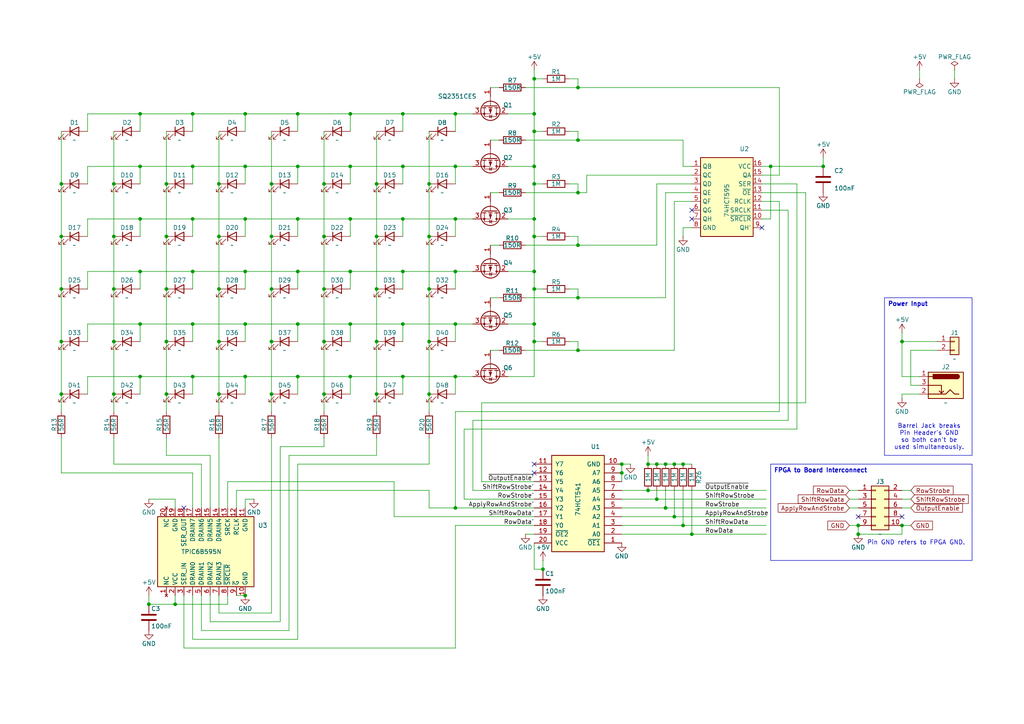
<source format=kicad_sch>
(kicad_sch (version 20231120) (generator "eeschema") (generator_version "8.0")
  (paper "A4")
  (title_block (title "Small LED Board v2"))
  (lib_symbols
    (symbol "74xx:74AHCT541" (pin_names (offset 1.016))
      (property "Reference" "U1" (at -5.08 -15.24 0))
      (property "Value" "74HCT541" (at 0 0 90))
      (symbol "74AHCT541_1_0"
        (pin input line (at -12.7 12.7 0) (length 5.08) (name "~{OE1}") (number "1"))
        (pin power_in line (at -12.7 -10.16 0) (length 5.08) (name "GND") (number "10"))
        (pin tri_state line (at 12.7 -10.16 180) (length 5.08) (name "Y7") (number "11"))
        (pin tri_state line (at 12.7 -7.62 180) (length 5.08) (name "Y6") (number "12"))
        (pin tri_state line (at 12.7 -5.08 180) (length 5.08) (name "Y5") (number "13"))
        (pin tri_state line (at 12.7 -2.54 180) (length 5.08) (name "Y4") (number "14"))
        (pin tri_state line (at 12.7 0 180) (length 5.08) (name "Y3") (number "15"))
        (pin tri_state line (at 12.7 2.54 180) (length 5.08) (name "Y2") (number "16"))
        (pin tri_state line (at 12.7 5.08 180) (length 5.08) (name "Y1") (number "17"))
        (pin tri_state line (at 12.7 7.62 180) (length 5.08) (name "Y0") (number "18"))
        (pin input line (at 12.7 10.16 180) (length 5.08) (name "~{OE2}") (number "19"))
        (pin input line (at -12.7 10.16 0) (length 5.08) (name "A0") (number "2"))
        (pin power_in line (at 12.7 12.7 180) (length 5.08) (name "VCC") (number "20"))
        (pin input line (at -12.7 7.62 0) (length 5.08) (name "A1") (number "3"))
        (pin input line (at -12.7 5.08 0) (length 5.08) (name "A2") (number "4"))
        (pin input line (at -12.7 2.54 0) (length 5.08) (name "A3") (number "5"))
        (pin input line (at -12.7 0 0) (length 5.08) (name "A4") (number "6"))
        (pin input line (at -12.7 -2.54 0) (length 5.08) (name "A5") (number "7"))
        (pin input line (at -12.7 -5.08 0) (length 5.08) (name "A6") (number "8"))
        (pin input line (at -12.7 -7.62 0) (length 5.08) (name "A7") (number "9"))
      )
    )
    (symbol "74xx:74HCT595"
      (property "Reference" "U2" (at 5.08 -12.7 0))
      (property "Value" "74HCT595" (at 0 0.254 90))
      (symbol "74HCT595_1_0"
        (pin tri_state line (at -10.16 10.16 0) (length 2.54) (name "QB") (number "1"))
        (pin input line (at 10.16 -5.08 180) (length 2.54) (name "~{SRCLR}") (number "10"))
        (pin input line (at 10.16 -2.54 180) (length 2.54) (name "SRCLK") (number "11"))
        (pin input line (at 10.16 0 180) (length 2.54) (name "RCLK") (number "12"))
        (pin input line (at 10.16 2.54 180) (length 2.54) (name "~{OE}") (number "13"))
        (pin input line (at 10.16 5.08 180) (length 2.54) (name "SER") (number "14"))
        (pin tri_state line (at 10.16 7.62 180) (length 2.54) (name "QA") (number "15"))
        (pin power_in line (at 10.16 10.16 180) (length 2.54) (name "VCC") (number "16"))
        (pin tri_state line (at -10.16 7.62 0) (length 2.54) (name "QC") (number "2"))
        (pin tri_state line (at -10.16 5.08 0) (length 2.54) (name "QD") (number "3"))
        (pin tri_state line (at -10.16 2.54 0) (length 2.54) (name "QE") (number "4"))
        (pin tri_state line (at -10.16 0 0) (length 2.54) (name "QF") (number "5"))
        (pin tri_state line (at -10.16 -2.54 0) (length 2.54) (name "QG") (number "6"))
        (pin tri_state line (at -10.16 -5.08 0) (length 2.54) (name "QH") (number "7"))
        (pin power_in line (at -10.16 -7.62 0) (length 2.54) (name "GND") (number "8"))
        (pin output line (at 10.16 -7.62 180) (length 2.54) (name "QH'") (number "9"))
      )
    )
    (symbol "Connector:Barrel_Jack_Switch" (pin_names hide)
      (property "Reference" "J" (at 0 5.334 0))
      (property "Value" "Barrel_Jack_Switch" (at 0 -5.08 0))
      (symbol "Barrel_Jack_Switch_1_1"
        (pin passive line (at 7.62 2.54 180) (length 2.54) (name "~") (number "1"))
        (pin passive line (at 7.62 -2.54 180) (length 2.54) (name "~") (number "2"))
        (pin passive line (at 7.62 0 180) (length 2.54) (name "~") (number "3"))
      )
    )
    (symbol "Connector_Generic:Conn_01x02" (pin_names (offset 1.016) hide)
      (property "Reference" "J" (at 0 2.54 0))
      (property "Value" "Conn_01x02" (at 0 -5.08 0))
      (symbol "Conn_01x02_1_1"
        (pin passive line (at -5.08 0 0) (length 3.81) (name "Pin_1") (number "1"))
        (pin passive line (at -5.08 -2.54 0) (length 3.81) (name "Pin_2") (number "2"))
      )
    )
    (symbol "Connector_Generic:Conn_02x05_Odd_Even" (pin_names (offset 1.016) hide)
      (property "Reference" "J" (at 1.27 7.62 0))
      (property "Value" "Conn_02x05_Odd_Even" (at 1.27 -7.62 0))
      (symbol "Conn_02x05_Odd_Even_1_1"
        (pin passive line (at -5.08 5.08 0) (length 3.81) (name "Pin_1") (number "1"))
        (pin passive line (at 7.62 -5.08 180) (length 3.81) (name "Pin_10") (number "10"))
        (pin passive line (at 7.62 5.08 180) (length 3.81) (name "Pin_2") (number "2"))
        (pin passive line (at -5.08 2.54 0) (length 3.81) (name "Pin_3") (number "3"))
        (pin passive line (at 7.62 2.54 180) (length 3.81) (name "Pin_4") (number "4"))
        (pin passive line (at -5.08 0 0) (length 3.81) (name "Pin_5") (number "5"))
        (pin passive line (at 7.62 0 180) (length 3.81) (name "Pin_6") (number "6"))
        (pin passive line (at -5.08 -2.54 0) (length 3.81) (name "Pin_7") (number "7"))
        (pin passive line (at 7.62 -2.54 180) (length 3.81) (name "Pin_8") (number "8"))
        (pin passive line (at -5.08 -5.08 0) (length 3.81) (name "Pin_9") (number "9"))
      )
    )
    (symbol "Device:C" (pin_numbers hide) (pin_names (offset 0.254))
      (property "Reference" "C" (at 0.635 2.54 0))
      (property "Value" "C" (at 0.635 -2.54 0))
      (symbol "C_1_1"
        (pin passive line (at 0 3.81 270) (length 2.794) (name "~") (number "1"))
        (pin passive line (at 0 -3.81 90) (length 2.794) (name "~") (number "2"))
      )
    )
    (symbol "Device:LED" (pin_numbers hide) (pin_names (offset 1.016) hide)
      (property "Reference" "D" (at 0 2.54 0))
      (property "Value" "LED" (at 0 -2.54 0))
      (symbol "LED_1_1"
        (pin passive line (at -3.81 0 0) (length 2.54) (name "K") (number "1"))
        (pin passive line (at 3.81 0 180) (length 2.54) (name "A") (number "2"))
      )
    )
    (symbol "Device:R" (pin_numbers hide) (pin_names (offset 0))
      (property "Reference" "R" (at 2.032 0 90))
      (property "Value" "R" (at 0 0 90))
      (symbol "R_1_1"
        (pin passive line (at 0 3.81 270) (length 1.27) (name "~") (number "1"))
        (pin passive line (at 0 -3.81 90) (length 1.27) (name "~") (number "2"))
      )
    )
    (symbol "Interface_Expansion:TPIC6595" (pin_names (offset 0.381))
      (property "Reference" "U1" (at 7.62 -17.78 0))
      (property "Value" "TPIC6B595N" (at 0 0 90))
      (symbol "TPIC6595_1_1"
        (pin no_connect line (at -12.7 10.16 0) (length 2.54) (name "NC") (number "1"))
        (pin power_in line (at -12.7 -12.7 0) (length 2.54) (name "GND") (number "10"))
        (pin power_in line (at 12.7 -12.7 180) (length 2.54) (name "GND") (number "11"))
        (pin input line (at 12.7 -10.16 180) (length 2.54) (name "RCLK") (number "12"))
        (pin input line (at 12.7 -7.62 180) (length 2.54) (name "SRCK") (number "13"))
        (pin open_collector line (at 12.7 -5.08 180) (length 2.54) (name "DRAIN4") (number "14"))
        (pin open_collector line (at 12.7 -2.54 180) (length 2.54) (name "DRAIN5") (number "15"))
        (pin open_collector line (at 12.7 0 180) (length 2.54) (name "DRAIN6") (number "16"))
        (pin open_collector line (at 12.7 2.54 180) (length 2.54) (name "DRAIN7") (number "17"))
        (pin output line (at 12.7 5.08 180) (length 2.54) (name "SER_OUT") (number "18"))
        (pin power_in line (at 12.7 7.62 180) (length 2.54) (name "GND") (number "19"))
        (pin power_in line (at -12.7 7.62 0) (length 2.54) (name "VCC") (number "2"))
        (pin no_connect line (at 12.7 10.16 180) (length 2.54) (name "NC") (number "20"))
        (pin input line (at -12.7 5.08 0) (length 2.54) (name "SER_IN") (number "3"))
        (pin open_collector line (at -12.7 2.54 0) (length 2.54) (name "DRAIN0") (number "4"))
        (pin open_collector line (at -12.7 0 0) (length 2.54) (name "DRAIN1") (number "5"))
        (pin open_collector line (at -12.7 -2.54 0) (length 2.54) (name "DRAIN2") (number "6"))
        (pin open_collector line (at -12.7 -5.08 0) (length 2.54) (name "DRAIN3") (number "7"))
        (pin input line (at -12.7 -7.62 0) (length 2.54) (name "~{SRCLR}") (number "8"))
        (pin input line (at -12.7 -10.16 0) (length 2.54) (name "~{G}") (number "9"))
      )
    )
    (symbol "Transistor_FET:IRF4905" (pin_names hide)
      (property "Reference" "Q1" (at 0 5.08 90))
      (property "Value" "SQ2351CES" (at -2.54 2.032 90))
      (symbol "IRF4905_1_1"
        (pin input line (at -5.08 0 0) (length 2.54) (name "G") (number "1"))
        (pin passive line (at 2.54 5.08 270) (length 2.54) (name "S") (number "2"))
        (pin passive line (at 2.54 -5.08 90) (length 2.54) (name "D") (number "3"))
      )
    )
    (symbol "power:+5V" (power) (pin_numbers hide) (pin_names (offset 0) hide)
      (property "Value" "+5V" (at 0 3.556 0))
      (symbol "+5V_1_1"
        (pin power_in line (at 0 0 90) (length 0) (name "~") (number "1"))
      )
    )
    (symbol "power:GND" (power) (pin_numbers hide) (pin_names (offset 0) hide)
      (property "Value" "GND" (at 0 -3.81 0))
      (symbol "GND_1_1"
        (pin power_in line (at 0 0 270) (length 0) (name "~") (number "1"))
      )
    )
    (symbol "power:PWR_FLAG" (power) (pin_numbers hide) (pin_names (offset 0) hide)
      (property "Value" "PWR_FLAG" (at 0 3.81 0))
      (symbol "PWR_FLAG_0_0"
        (pin power_out line (at 0 0 90) (length 0) (name "~") (number "1"))
      )
    )
  )
  (junction (at 86.36 63.5))
  (junction (at 116.84 33.02))
  (junction (at 71.12 172.72))
  (junction (at 154.94 68.58))
  (junction (at 48.26 83.82))
  (junction (at 154.94 22.86))
  (junction (at 93.98 83.82))
  (junction (at 78.74 53.34))
  (junction (at 71.12 63.5))
  (junction (at 187.96 134.62))
  (junction (at 63.5 68.58))
  (junction (at 261.62 152.4))
  (junction (at 124.46 53.34))
  (junction (at 167.64 101.6))
  (junction (at 198.12 152.4))
  (junction (at 101.6 109.22))
  (junction (at 154.94 38.1))
  (junction (at 109.22 99.06))
  (junction (at 40.64 93.98))
  (junction (at 180.34 137.16))
  (junction (at 124.46 68.58))
  (junction (at 154.94 83.82))
  (junction (at 223.52 48.26))
  (junction (at 154.94 93.98))
  (junction (at 116.84 78.74))
  (junction (at 17.78 83.82))
  (junction (at 167.64 40.64))
  (junction (at 180.34 134.62))
  (junction (at 71.12 93.98))
  (junction (at 238.76 48.26))
  (junction (at 17.78 68.58))
  (junction (at 33.02 99.06))
  (junction (at 116.84 93.98))
  (junction (at 33.02 68.58))
  (junction (at 154.94 48.26))
  (junction (at 40.64 48.26))
  (junction (at 40.64 33.02))
  (junction (at 71.12 78.74))
  (junction (at 93.98 53.34))
  (junction (at 200.66 154.94))
  (junction (at 48.26 114.3))
  (junction (at 248.92 152.4))
  (junction (at 109.22 68.58))
  (junction (at 55.88 93.98))
  (junction (at 109.22 83.82))
  (junction (at 154.94 33.02))
  (junction (at 71.12 109.22))
  (junction (at 86.36 48.26))
  (junction (at 190.5 134.62))
  (junction (at 86.36 109.22))
  (junction (at 132.08 48.26))
  (junction (at 40.64 109.22))
  (junction (at 86.36 93.98))
  (junction (at 132.08 33.02))
  (junction (at 33.02 83.82))
  (junction (at 167.64 71.12))
  (junction (at 48.26 53.34))
  (junction (at 63.5 114.3))
  (junction (at 78.74 99.06))
  (junction (at 55.88 33.02))
  (junction (at 101.6 93.98))
  (junction (at 154.94 53.34))
  (junction (at 193.04 134.62))
  (junction (at 195.58 149.86))
  (junction (at 63.5 53.34))
  (junction (at 132.08 78.74))
  (junction (at 55.88 63.5))
  (junction (at 33.02 114.3))
  (junction (at 55.88 78.74))
  (junction (at 116.84 109.22))
  (junction (at 124.46 99.06))
  (junction (at 198.12 134.62))
  (junction (at 93.98 99.06))
  (junction (at 78.74 83.82))
  (junction (at 71.12 48.26))
  (junction (at 101.6 78.74))
  (junction (at 86.36 33.02))
  (junction (at 154.94 63.5))
  (junction (at 78.74 68.58))
  (junction (at 109.22 53.34))
  (junction (at 157.48 165.1))
  (junction (at 154.94 99.06))
  (junction (at 187.96 142.24))
  (junction (at 17.78 114.3))
  (junction (at 167.64 25.4))
  (junction (at 132.08 93.98))
  (junction (at 261.62 99.06))
  (junction (at 93.98 114.3))
  (junction (at 50.8 175.26))
  (junction (at 132.08 109.22))
  (junction (at 17.78 99.06))
  (junction (at 48.26 68.58))
  (junction (at 40.64 78.74))
  (junction (at 71.12 33.02))
  (junction (at 116.84 48.26))
  (junction (at 116.84 63.5))
  (junction (at 55.88 109.22))
  (junction (at 33.02 53.34))
  (junction (at 63.5 83.82))
  (junction (at 154.94 78.74))
  (junction (at 124.46 114.3))
  (junction (at 40.64 63.5))
  (junction (at 132.08 147.32))
  (junction (at 195.58 134.62))
  (junction (at 78.74 114.3))
  (junction (at 43.18 175.26))
  (junction (at 109.22 114.3))
  (junction (at 190.5 144.78))
  (junction (at 55.88 48.26))
  (junction (at 101.6 48.26))
  (junction (at 167.64 86.36))
  (junction (at 193.04 147.32))
  (junction (at 86.36 78.74))
  (junction (at 132.08 63.5))
  (junction (at 48.26 99.06))
  (junction (at 101.6 63.5))
  (junction (at 17.78 53.34))
  (junction (at 101.6 33.02))
  (junction (at 167.64 55.88))
  (junction (at 248.92 154.94))
  (junction (at 63.5 99.06))
  (junction (at 124.46 83.82))
  (junction (at 93.98 68.58))
  (no_connect (at 261.62 149.86))
  (no_connect (at 200.66 60.96))
  (no_connect (at 154.94 137.16))
  (no_connect (at 200.66 63.5))
  (no_connect (at 53.34 147.32))
  (no_connect (at 248.92 149.86))
  (no_connect (at 154.94 134.62))
  (no_connect (at 220.98 66.04))
  (wire (pts (xy 25.4 38.1) (xy 25.4 33.02)))
  (wire (pts (xy 142.24 86.36) (xy 144.78 86.36)))
  (wire (pts (xy 40.64 93.98) (xy 55.88 93.98)))
  (wire (pts (xy 198.12 134.62) (xy 200.66 134.62)))
  (wire (pts (xy 50.8 175.26) (xy 66.04 175.26)))
  (wire (pts (xy 40.64 93.98) (xy 40.64 99.06)))
  (wire (pts (xy 198.12 40.64) (xy 198.12 48.26)))
  (wire (pts (xy 137.16 121.92) (xy 228.6 121.92)))
  (wire (pts (xy 58.42 182.88) (xy 83.82 182.88)))
  (wire (pts (xy 195.58 58.42) (xy 195.58 101.6)))
  (wire (pts (xy 180.34 147.32) (xy 193.04 147.32)))
  (wire (pts (xy 83.82 132.08) (xy 83.82 182.88)))
  (wire (pts (xy 71.12 78.74) (xy 71.12 83.82)))
  (wire (pts (xy 66.04 172.72) (xy 66.04 175.26)))
  (wire (pts (xy 154.94 53.34) (xy 154.94 63.5)))
  (wire (pts (xy 276.86 20.32) (xy 276.86 22.86)))
  (wire (pts (xy 63.5 114.3) (xy 63.5 119.38)))
  (wire (pts (xy 193.04 142.24) (xy 193.04 147.32)))
  (wire (pts (xy 101.6 38.1) (xy 101.6 33.02)))
  (wire (pts (xy 264.16 111.76) (xy 266.7 111.76)))
  (wire (pts (xy 71.12 93.98) (xy 71.12 99.06)))
  (wire (pts (xy 33.02 114.3) (xy 33.02 119.38)))
  (wire (pts (xy 93.98 99.06) (xy 93.98 114.3)))
  (wire (pts (xy 261.62 147.32) (xy 264.16 147.32)))
  (wire (pts (xy 71.12 114.3) (xy 71.12 109.22)))
  (wire (pts (xy 246.38 152.4) (xy 248.92 152.4)))
  (wire (pts (xy 200.66 154.94) (xy 222.25 154.94)))
  (wire (pts (xy 132.08 78.74) (xy 137.16 78.74)))
  (wire (pts (xy 33.02 38.1) (xy 33.02 53.34)))
  (wire (pts (xy 195.58 58.42) (xy 200.66 58.42)))
  (wire (pts (xy 71.12 144.78) (xy 73.66 144.78)))
  (wire (pts (xy 68.58 147.32) (xy 68.58 142.24)))
  (wire (pts (xy 139.7 116.84) (xy 139.7 139.7)))
  (wire (pts (xy 25.4 53.34) (xy 25.4 48.26)))
  (wire (pts (xy 124.46 134.62) (xy 124.46 127)))
  (wire (pts (xy 60.96 132.08) (xy 60.96 147.32)))
  (wire (pts (xy 167.64 71.12) (xy 190.5 71.12)))
  (wire (pts (xy 40.64 78.74) (xy 55.88 78.74)))
  (wire (pts (xy 71.12 109.22) (xy 86.36 109.22)))
  (wire (pts (xy 220.98 63.5) (xy 223.52 63.5)))
  (wire (pts (xy 78.74 83.82) (xy 78.74 99.06)))
  (wire (pts (xy 50.8 147.32) (xy 50.8 144.78)))
  (wire (pts (xy 154.94 38.1) (xy 157.48 38.1)))
  (wire (pts (xy 93.98 83.82) (xy 93.98 99.06)))
  (wire (pts (xy 71.12 63.5) (xy 71.12 68.58)))
  (wire (pts (xy 63.5 53.34) (xy 63.5 68.58)))
  (wire (pts (xy 43.18 144.78) (xy 50.8 144.78)))
  (wire (pts (xy 167.64 38.1) (xy 165.1 38.1)))
  (wire (pts (xy 78.74 53.34) (xy 78.74 68.58)))
  (wire (pts (xy 116.84 78.74) (xy 132.08 78.74)))
  (wire (pts (xy 261.62 99.06) (xy 271.78 99.06)))
  (wire (pts (xy 198.12 48.26) (xy 200.66 48.26)))
  (wire (pts (xy 71.12 48.26) (xy 86.36 48.26)))
  (wire (pts (xy 132.08 33.02) (xy 137.16 33.02)))
  (wire (pts (xy 101.6 48.26) (xy 116.84 48.26)))
  (wire (pts (xy 165.1 53.34) (xy 167.64 53.34)))
  (wire (pts (xy 187.96 134.62) (xy 190.5 134.62)))
  (wire (pts (xy 198.12 152.4) (xy 222.25 152.4)))
  (wire (pts (xy 71.12 172.72) (xy 68.58 172.72)))
  (wire (pts (xy 154.94 53.34) (xy 157.48 53.34)))
  (wire (pts (xy 142.24 25.4) (xy 144.78 25.4)))
  (wire (pts (xy 195.58 134.62) (xy 198.12 134.62)))
  (wire (pts (xy 132.08 109.22) (xy 137.16 109.22)))
  (wire (pts (xy 195.58 142.24) (xy 195.58 149.86)))
  (wire (pts (xy 132.08 119.38) (xy 226.06 119.38)))
  (wire (pts (xy 101.6 109.22) (xy 116.84 109.22)))
  (wire (pts (xy 124.46 114.3) (xy 124.46 119.38)))
  (wire (pts (xy 55.88 48.26) (xy 55.88 53.34)))
  (wire (pts (xy 264.16 101.6) (xy 264.16 111.76)))
  (wire (pts (xy 180.34 134.62) (xy 182.88 134.62)))
  (wire (pts (xy 180.34 149.86) (xy 195.58 149.86)))
  (wire (pts (xy 170.18 50.8) (xy 200.66 50.8)))
  (wire (pts (xy 53.34 187.96) (xy 132.08 187.96)))
  (wire (pts (xy 154.94 93.98) (xy 154.94 99.06)))
  (wire (pts (xy 220.98 50.8) (xy 226.06 50.8)))
  (wire (pts (xy 132.08 152.4) (xy 154.94 152.4)))
  (wire (pts (xy 71.12 144.78) (xy 71.12 147.32)))
  (wire (pts (xy 147.32 48.26) (xy 154.94 48.26)))
  (wire (pts (xy 137.16 142.24) (xy 154.94 142.24)))
  (wire (pts (xy 132.08 114.3) (xy 132.08 109.22)))
  (wire (pts (xy 55.88 78.74) (xy 55.88 83.82)))
  (wire (pts (xy 147.32 63.5) (xy 154.94 63.5)))
  (wire (pts (xy 63.5 172.72) (xy 63.5 177.8)))
  (wire (pts (xy 132.08 33.02) (xy 132.08 38.1)))
  (wire (pts (xy 190.5 134.62) (xy 193.04 134.62)))
  (wire (pts (xy 167.64 53.34) (xy 167.64 55.88)))
  (wire (pts (xy 198.12 66.04) (xy 198.12 68.58)))
  (wire (pts (xy 180.34 152.4) (xy 198.12 152.4)))
  (wire (pts (xy 63.5 38.1) (xy 63.5 53.34)))
  (wire (pts (xy 78.74 114.3) (xy 78.74 119.38)))
  (wire (pts (xy 48.26 99.06) (xy 48.26 114.3)))
  (wire (pts (xy 66.04 147.32) (xy 66.04 139.7)))
  (wire (pts (xy 180.34 134.62) (xy 180.34 137.16)))
  (wire (pts (xy 78.74 99.06) (xy 78.74 114.3)))
  (wire (pts (xy 165.1 68.58) (xy 167.64 68.58)))
  (wire (pts (xy 226.06 50.8) (xy 226.06 25.4)))
  (wire (pts (xy 25.4 109.22) (xy 40.64 109.22)))
  (wire (pts (xy 101.6 93.98) (xy 101.6 99.06)))
  (wire (pts (xy 40.64 33.02) (xy 40.64 38.1)))
  (wire (pts (xy 154.94 99.06) (xy 157.48 99.06)))
  (wire (pts (xy 43.18 172.72) (xy 43.18 175.26)))
  (wire (pts (xy 55.88 38.1) (xy 55.88 33.02)))
  (wire (pts (xy 93.98 38.1) (xy 93.98 53.34)))
  (wire (pts (xy 86.36 48.26) (xy 86.36 53.34)))
  (wire (pts (xy 17.78 68.58) (xy 17.78 83.82)))
  (wire (pts (xy 17.78 127) (xy 17.78 137.16)))
  (wire (pts (xy 116.84 63.5) (xy 101.6 63.5)))
  (wire (pts (xy 71.12 48.26) (xy 71.12 53.34)))
  (wire (pts (xy 193.04 134.62) (xy 195.58 134.62)))
  (wire (pts (xy 154.94 99.06) (xy 154.94 109.22)))
  (wire (pts (xy 116.84 114.3) (xy 116.84 109.22)))
  (wire (pts (xy 132.08 147.32) (xy 154.94 147.32)))
  (wire (pts (xy 101.6 114.3) (xy 101.6 109.22)))
  (wire (pts (xy 43.18 175.26) (xy 50.8 175.26)))
  (wire (pts (xy 167.64 68.58) (xy 167.64 71.12)))
  (wire (pts (xy 101.6 93.98) (xy 116.84 93.98)))
  (wire (pts (xy 86.36 38.1) (xy 86.36 33.02)))
  (wire (pts (xy 190.5 53.34) (xy 190.5 71.12)))
  (wire (pts (xy 48.26 132.08) (xy 60.96 132.08)))
  (wire (pts (xy 132.08 99.06) (xy 132.08 93.98)))
  (wire (pts (xy 261.62 114.3) (xy 261.62 115.57)))
  (wire (pts (xy 40.64 48.26) (xy 40.64 53.34)))
  (wire (pts (xy 167.64 83.82) (xy 167.64 86.36)))
  (wire (pts (xy 25.4 83.82) (xy 25.4 78.74)))
  (wire (pts (xy 55.88 93.98) (xy 71.12 93.98)))
  (wire (pts (xy 124.46 142.24) (xy 124.46 147.32)))
  (wire (pts (xy 86.36 63.5) (xy 86.36 68.58)))
  (wire (pts (xy 154.94 22.86) (xy 154.94 33.02)))
  (wire (pts (xy 154.94 20.32) (xy 154.94 22.86)))
  (wire (pts (xy 116.84 33.02) (xy 116.84 38.1)))
  (wire (pts (xy 261.62 109.22) (xy 266.7 109.22)))
  (wire (pts (xy 93.98 68.58) (xy 93.98 83.82)))
  (wire (pts (xy 60.96 172.72) (xy 60.96 180.34)))
  (wire (pts (xy 165.1 99.06) (xy 167.64 99.06)))
  (wire (pts (xy 248.92 152.4) (xy 248.92 154.94)))
  (wire (pts (xy 63.5 99.06) (xy 63.5 114.3)))
  (wire (pts (xy 55.88 63.5) (xy 71.12 63.5)))
  (wire (pts (xy 226.06 58.42) (xy 220.98 58.42)))
  (wire (pts (xy 190.5 53.34) (xy 200.66 53.34)))
  (wire (pts (xy 193.04 147.32) (xy 222.25 147.32)))
  (wire (pts (xy 63.5 127) (xy 63.5 147.32)))
  (wire (pts (xy 154.94 38.1) (xy 154.94 48.26)))
  (wire (pts (xy 226.06 119.38) (xy 226.06 58.42)))
  (wire (pts (xy 114.3 139.7) (xy 114.3 149.86)))
  (wire (pts (xy 147.32 109.22) (xy 154.94 109.22)))
  (wire (pts (xy 48.26 83.82) (xy 48.26 99.06)))
  (wire (pts (xy 86.36 134.62) (xy 86.36 185.42)))
  (wire (pts (xy 261.62 154.94) (xy 261.62 152.4)))
  (wire (pts (xy 71.12 38.1) (xy 71.12 33.02)))
  (wire (pts (xy 55.88 93.98) (xy 55.88 99.06)))
  (wire (pts (xy 116.84 48.26) (xy 116.84 53.34)))
  (wire (pts (xy 25.4 99.06) (xy 25.4 93.98)))
  (wire (pts (xy 25.4 63.5) (xy 25.4 68.58)))
  (wire (pts (xy 180.34 144.78) (xy 190.5 144.78)))
  (wire (pts (xy 167.64 40.64) (xy 198.12 40.64)))
  (wire (pts (xy 170.18 50.8) (xy 170.18 55.88)))
  (wire (pts (xy 86.36 78.74) (xy 86.36 83.82)))
  (wire (pts (xy 167.64 86.36) (xy 193.04 86.36)))
  (wire (pts (xy 190.5 142.24) (xy 190.5 144.78)))
  (wire (pts (xy 33.02 53.34) (xy 33.02 68.58)))
  (wire (pts (xy 167.64 101.6) (xy 195.58 101.6)))
  (wire (pts (xy 33.02 83.82) (xy 33.02 99.06)))
  (wire (pts (xy 101.6 63.5) (xy 86.36 63.5)))
  (wire (pts (xy 63.5 83.82) (xy 63.5 99.06)))
  (wire (pts (xy 152.4 101.6) (xy 167.64 101.6)))
  (wire (pts (xy 132.08 93.98) (xy 137.16 93.98)))
  (wire (pts (xy 246.38 142.24) (xy 248.92 142.24)))
  (wire (pts (xy 157.48 165.1) (xy 154.94 165.1)))
  (wire (pts (xy 25.4 78.74) (xy 40.64 78.74)))
  (wire (pts (xy 93.98 53.34) (xy 93.98 68.58)))
  (wire (pts (xy 187.96 142.24) (xy 222.25 142.24)))
  (wire (pts (xy 154.94 22.86) (xy 157.48 22.86)))
  (wire (pts (xy 180.34 154.94) (xy 200.66 154.94)))
  (wire (pts (xy 154.94 78.74) (xy 154.94 83.82)))
  (wire (pts (xy 86.36 48.26) (xy 101.6 48.26)))
  (wire (pts (xy 109.22 53.34) (xy 109.22 68.58)))
  (wire (pts (xy 109.22 114.3) (xy 109.22 119.38)))
  (wire (pts (xy 40.64 109.22) (xy 40.64 114.3)))
  (wire (pts (xy 139.7 139.7) (xy 154.94 139.7)))
  (wire (pts (xy 68.58 142.24) (xy 124.46 142.24)))
  (wire (pts (xy 154.94 83.82) (xy 154.94 93.98)))
  (wire (pts (xy 124.46 147.32) (xy 132.08 147.32)))
  (wire (pts (xy 116.84 93.98) (xy 132.08 93.98)))
  (wire (pts (xy 220.98 48.26) (xy 223.52 48.26)))
  (wire (pts (xy 25.4 93.98) (xy 40.64 93.98)))
  (wire (pts (xy 86.36 93.98) (xy 86.36 99.06)))
  (wire (pts (xy 152.4 40.64) (xy 167.64 40.64)))
  (wire (pts (xy 261.62 144.78) (xy 264.16 144.78)))
  (wire (pts (xy 53.34 172.72) (xy 53.34 187.96)))
  (wire (pts (xy 231.14 53.34) (xy 220.98 53.34)))
  (wire (pts (xy 40.64 109.22) (xy 55.88 109.22)))
  (wire (pts (xy 58.42 172.72) (xy 58.42 182.88)))
  (wire (pts (xy 132.08 63.5) (xy 116.84 63.5)))
  (wire (pts (xy 152.4 154.94) (xy 154.94 154.94)))
  (wire (pts (xy 101.6 78.74) (xy 116.84 78.74)))
  (wire (pts (xy 134.62 144.78) (xy 134.62 124.46)))
  (wire (pts (xy 48.26 53.34) (xy 48.26 68.58)))
  (wire (pts (xy 101.6 78.74) (xy 101.6 83.82)))
  (wire (pts (xy 71.12 33.02) (xy 86.36 33.02)))
  (wire (pts (xy 48.26 38.1) (xy 48.26 53.34)))
  (wire (pts (xy 101.6 48.26) (xy 101.6 53.34)))
  (wire (pts (xy 154.94 63.5) (xy 154.94 68.58)))
  (wire (pts (xy 154.94 48.26) (xy 154.94 53.34)))
  (wire (pts (xy 137.16 142.24) (xy 137.16 121.92)))
  (wire (pts (xy 190.5 144.78) (xy 222.25 144.78)))
  (wire (pts (xy 167.64 38.1) (xy 167.64 40.64)))
  (wire (pts (xy 55.88 48.26) (xy 71.12 48.26)))
  (wire (pts (xy 116.84 78.74) (xy 116.84 83.82)))
  (wire (pts (xy 17.78 83.82) (xy 17.78 99.06)))
  (wire (pts (xy 55.88 63.5) (xy 40.64 63.5)))
  (wire (pts (xy 154.94 68.58) (xy 157.48 68.58)))
  (wire (pts (xy 55.88 114.3) (xy 55.88 109.22)))
  (wire (pts (xy 71.12 93.98) (xy 86.36 93.98)))
  (wire (pts (xy 33.02 68.58) (xy 33.02 83.82)))
  (wire (pts (xy 81.28 129.54) (xy 93.98 129.54)))
  (wire (pts (xy 78.74 38.1) (xy 78.74 53.34)))
  (wire (pts (xy 266.7 114.3) (xy 261.62 114.3)))
  (wire (pts (xy 231.14 124.46) (xy 231.14 53.34)))
  (wire (pts (xy 142.24 71.12) (xy 144.78 71.12)))
  (wire (pts (xy 142.24 55.88) (xy 144.78 55.88)))
  (wire (pts (xy 58.42 134.62) (xy 58.42 147.32)))
  (wire (pts (xy 109.22 68.58) (xy 109.22 83.82)))
  (wire (pts (xy 40.64 63.5) (xy 40.64 68.58)))
  (wire (pts (xy 124.46 83.82) (xy 124.46 99.06)))
  (wire (pts (xy 132.08 48.26) (xy 137.16 48.26)))
  (wire (pts (xy 81.28 129.54) (xy 81.28 180.34)))
  (wire (pts (xy 152.4 86.36) (xy 167.64 86.36)))
  (wire (pts (xy 48.26 127) (xy 48.26 132.08)))
  (wire (pts (xy 86.36 93.98) (xy 101.6 93.98)))
  (wire (pts (xy 187.96 132.08) (xy 187.96 134.62)))
  (wire (pts (xy 17.78 38.1) (xy 17.78 53.34)))
  (wire (pts (xy 167.64 25.4) (xy 226.06 25.4)))
  (wire (pts (xy 63.5 177.8) (xy 78.74 177.8)))
  (wire (pts (xy 83.82 132.08) (xy 109.22 132.08)))
  (wire (pts (xy 101.6 63.5) (xy 101.6 68.58)))
  (wire (pts (xy 40.64 63.5) (xy 25.4 63.5)))
  (wire (pts (xy 25.4 48.26) (xy 40.64 48.26)))
  (wire (pts (xy 165.1 83.82) (xy 167.64 83.82)))
  (wire (pts (xy 147.32 78.74) (xy 154.94 78.74)))
  (wire (pts (xy 142.24 40.64) (xy 144.78 40.64)))
  (wire (pts (xy 50.8 172.72) (xy 50.8 175.26)))
  (wire (pts (xy 223.52 48.26) (xy 223.52 63.5)))
  (wire (pts (xy 193.04 55.88) (xy 193.04 86.36)))
  (wire (pts (xy 17.78 114.3) (xy 17.78 119.38)))
  (wire (pts (xy 165.1 22.86) (xy 167.64 22.86)))
  (wire (pts (xy 142.24 101.6) (xy 144.78 101.6)))
  (wire (pts (xy 55.88 63.5) (xy 55.88 68.58)))
  (wire (pts (xy 55.88 172.72) (xy 55.88 185.42)))
  (wire (pts (xy 40.64 78.74) (xy 40.64 83.82)))
  (wire (pts (xy 124.46 38.1) (xy 124.46 53.34)))
  (wire (pts (xy 180.34 142.24) (xy 187.96 142.24)))
  (wire (pts (xy 33.02 127) (xy 33.02 134.62)))
  (wire (pts (xy 238.76 48.26) (xy 238.76 45.72)))
  (wire (pts (xy 167.64 22.86) (xy 167.64 25.4)))
  (wire (pts (xy 134.62 144.78) (xy 154.94 144.78)))
  (wire (pts (xy 33.02 134.62) (xy 58.42 134.62)))
  (wire (pts (xy 17.78 137.16) (xy 55.88 137.16)))
  (wire (pts (xy 116.84 48.26) (xy 132.08 48.26)))
  (wire (pts (xy 93.98 114.3) (xy 93.98 119.38)))
  (wire (pts (xy 152.4 55.88) (xy 167.64 55.88)))
  (wire (pts (xy 55.88 147.32) (xy 55.88 137.16)))
  (wire (pts (xy 86.36 134.62) (xy 124.46 134.62)))
  (wire (pts (xy 200.66 66.04) (xy 198.12 66.04)))
  (wire (pts (xy 116.84 63.5) (xy 116.84 68.58)))
  (wire (pts (xy 17.78 99.06) (xy 17.78 114.3)))
  (wire (pts (xy 48.26 114.3) (xy 48.26 119.38)))
  (wire (pts (xy 66.04 139.7) (xy 114.3 139.7)))
  (wire (pts (xy 246.38 144.78) (xy 248.92 144.78)))
  (wire (pts (xy 261.62 142.24) (xy 264.16 142.24)))
  (wire (pts (xy 93.98 129.54) (xy 93.98 127)))
  (wire (pts (xy 109.22 83.82) (xy 109.22 99.06)))
  (wire (pts (xy 228.6 121.92) (xy 228.6 60.96)))
  (wire (pts (xy 86.36 33.02) (xy 101.6 33.02)))
  (wire (pts (xy 261.62 152.4) (xy 264.16 152.4)))
  (wire (pts (xy 78.74 68.58) (xy 78.74 83.82)))
  (wire (pts (xy 124.46 99.06) (xy 124.46 114.3)))
  (wire (pts (xy 60.96 180.34) (xy 81.28 180.34)))
  (wire (pts (xy 266.7 20.32) (xy 266.7 22.86)))
  (wire (pts (xy 132.08 63.5) (xy 132.08 68.58)))
  (wire (pts (xy 71.12 78.74) (xy 86.36 78.74)))
  (wire (pts (xy 17.78 53.34) (xy 17.78 68.58)))
  (wire (pts (xy 63.5 68.58) (xy 63.5 83.82)))
  (wire (pts (xy 264.16 101.6) (xy 271.78 101.6)))
  (wire (pts (xy 78.74 127) (xy 78.74 177.8)))
  (wire (pts (xy 167.64 55.88) (xy 170.18 55.88)))
  (wire (pts (xy 154.94 33.02) (xy 154.94 38.1)))
  (wire (pts (xy 116.84 93.98) (xy 116.84 99.06)))
  (wire (pts (xy 193.04 55.88) (xy 200.66 55.88)))
  (wire (pts (xy 124.46 68.58) (xy 124.46 83.82)))
  (wire (pts (xy 101.6 33.02) (xy 116.84 33.02)))
  (wire (pts (xy 154.94 157.48) (xy 154.94 165.1)))
  (wire (pts (xy 33.02 99.06) (xy 33.02 114.3)))
  (wire (pts (xy 223.52 48.26) (xy 238.76 48.26)))
  (wire (pts (xy 109.22 99.06) (xy 109.22 114.3)))
  (wire (pts (xy 147.32 93.98) (xy 154.94 93.98)))
  (wire (pts (xy 86.36 114.3) (xy 86.36 109.22)))
  (wire (pts (xy 180.34 137.16) (xy 180.34 139.7)))
  (wire (pts (xy 246.38 147.32) (xy 248.92 147.32)))
  (wire (pts (xy 154.94 83.82) (xy 157.48 83.82)))
  (wire (pts (xy 152.4 25.4) (xy 167.64 25.4)))
  (wire (pts (xy 40.64 48.26) (xy 55.88 48.26)))
  (wire (pts (xy 48.26 68.58) (xy 48.26 83.82)))
  (wire (pts (xy 134.62 124.46) (xy 231.14 124.46)))
  (wire (pts (xy 55.88 185.42) (xy 86.36 185.42)))
  (wire (pts (xy 200.66 142.24) (xy 200.66 154.94)))
  (wire (pts (xy 124.46 53.34) (xy 124.46 68.58)))
  (wire (pts (xy 261.62 96.52) (xy 261.62 99.06)))
  (wire (pts (xy 25.4 114.3) (xy 25.4 109.22)))
  (wire (pts (xy 71.12 63.5) (xy 86.36 63.5)))
  (wire (pts (xy 147.32 33.02) (xy 154.94 33.02)))
  (wire (pts (xy 220.98 60.96) (xy 228.6 60.96)))
  (wire (pts (xy 167.64 99.06) (xy 167.64 101.6)))
  (wire (pts (xy 55.88 78.74) (xy 71.12 78.74)))
  (wire (pts (xy 116.84 33.02) (xy 132.08 33.02)))
  (wire (pts (xy 109.22 38.1) (xy 109.22 53.34)))
  (wire (pts (xy 233.68 55.88) (xy 233.68 116.84)))
  (wire (pts (xy 55.88 109.22) (xy 71.12 109.22)))
  (wire (pts (xy 157.48 162.56) (xy 157.48 165.1)))
  (wire (pts (xy 137.16 63.5) (xy 132.08 63.5)))
  (wire (pts (xy 195.58 149.86) (xy 222.25 149.86)))
  (wire (pts (xy 152.4 71.12) (xy 167.64 71.12)))
  (wire (pts (xy 132.08 53.34) (xy 132.08 48.26)))
  (wire (pts (xy 132.08 187.96) (xy 132.08 152.4)))
  (wire (pts (xy 114.3 149.86) (xy 154.94 149.86)))
  (wire (pts (xy 154.94 68.58) (xy 154.94 78.74)))
  (wire (pts (xy 109.22 132.08) (xy 109.22 127)))
  (wire (pts (xy 248.92 154.94) (xy 261.62 154.94)))
  (wire (pts (xy 198.12 142.24) (xy 198.12 152.4)))
  (wire (pts (xy 261.62 99.06) (xy 261.62 109.22)))
  (wire (pts (xy 25.4 33.02) (xy 40.64 33.02)))
  (wire (pts (xy 40.64 33.02) (xy 55.88 33.02)))
  (wire (pts (xy 116.84 109.22) (xy 132.08 109.22)))
  (wire (pts (xy 86.36 109.22) (xy 101.6 109.22)))
  (wire (pts (xy 139.7 116.84) (xy 233.68 116.84)))
  (wire (pts (xy 55.88 33.02) (xy 71.12 33.02)))
  (wire (pts (xy 132.08 119.38) (xy 132.08 147.32)))
  (wire (pts (xy 86.36 78.74) (xy 101.6 78.74)))
  (wire (pts (xy 220.98 55.88) (xy 233.68 55.88)))
  (wire (pts (xy 132.08 78.74) (xy 132.08 83.82)))
  (text_box "FPGA to Board Interconnect" (at 223.52 134.62 0) (size 58.42 27.94) (effects (font (size 1.27 1.27) (thickness 0.254) (bold yes)) (justify left top)))
  (text_box "Power Input" (at 256.54 86.36 0) (size 25.4 45.72) (effects (font (size 1.27 1.27) (bold yes)) (justify left top)))
  (text "Barrel Jack breaks\nPin Header's GND\nso both can't be\nused simultaneously." (at 269.494 126.746 0) (effects (font (size 1.27 1.27))))
  (text "Pin GND refers to FPGA GND." (at 251.46 157.48 0) (effects (font (size 1.27 1.27)) (justify left)))
  (label "ShiftRowData'" (at 154.94 149.86 180))
  (label "ApplyRowAndStrobe" (at 204.47 149.86 0))
  (label "RowData" (at 204.47 154.94 0))
  (label "ApplyRowAndStrobe'" (at 154.94 147.32 180))
  (label "ShiftRowStrobe'" (at 154.94 142.24 180))
  (label "RowStrobe'" (at 154.94 144.78 180))
  (label "ShiftRowData" (at 204.47 152.4 0))
  (label "RowStrobe" (at 204.47 147.32 0))
  (label "~{OutputEnable}" (at 204.47 142.24 0))
  (label "~{OutputEnable'}" (at 154.94 139.7 180))
  (label "RowData'" (at 154.94 152.4 180))
  (label "ShiftRowStrobe" (at 204.47 144.78 0))
  (global_label "GND" (shape input) (at 246.38 152.4 180) (property "Intersheetrefs" "${INTERSHEET_REFS}" (effects (hide yes))))
  (global_label "ApplyRowAndStrobe" (shape input) (at 246.38 147.32 180) (property "Intersheetrefs" "${INTERSHEET_REFS}" (effects (hide yes))))
  (global_label "GND" (shape input) (at 264.16 152.4 0) (property "Intersheetrefs" "${INTERSHEET_REFS}" (effects (hide yes))))
  (global_label "RowStrobe" (shape input) (at 264.16 142.24 0) (property "Intersheetrefs" "${INTERSHEET_REFS}" (effects (hide yes))))
  (global_label "RowData" (shape input) (at 246.38 142.24 180) (property "Intersheetrefs" "${INTERSHEET_REFS}" (effects (hide yes))))
  (global_label "ShiftRowStrobe" (shape input) (at 264.16 144.78 0) (property "Intersheetrefs" "${INTERSHEET_REFS}" (effects (hide yes))))
  (global_label "~{OutputEnable}" (shape input) (at 264.16 147.32 0) (property "Intersheetrefs" "${INTERSHEET_REFS}" (effects (hide yes))))
  (global_label "ShiftRowData" (shape input) (at 246.38 144.78 180) (property "Intersheetrefs" "${INTERSHEET_REFS}" (effects (hide yes))))
  (symbol (lib_id "Connector:Barrel_Jack_Switch") (at 274.32 111.76 0) (mirror y) (unit 1)
    (property "Reference" "J2" (at 274.32 106.426 0))
    (property "Value" "~" (at 274.32 116.84 0))
    (property "Footprint" "Connector_BarrelJack:BarrelJack_Horizontal" (effects (hide yes)))
    (property "Description" "DC Barrel Jack with an internal switch" (effects (hide yes)))
  )
  (symbol (lib_id "Device:LED") (at 113.03 38.1 0) (unit 1)
    (property "Reference" "D7" (at 113.03 35.56 0))
    (property "Value" "~" (at 113.03 40.64 0))
    (property "Footprint" "LED_THT:LED_D5.0mm" (effects (hide yes)))
    (property "Description" "Light emitting diode" (effects (hide yes)))
  )
  (symbol (lib_id "Device:LED") (at 21.59 38.1 0) (unit 1)
    (property "Reference" "D1" (at 21.59 35.56 0))
    (property "Value" "~" (at 21.59 40.64 0))
    (property "Footprint" "LED_THT:LED_D5.0mm" (effects (hide yes)))
    (property "Description" "Light emitting diode" (effects (hide yes)))
  )
  (symbol (lib_id "Transistor_FET:IRF4905") (at 142.24 76.2 270) (unit 1)
    (property "Reference" "Q4" (at 147.32 76.2 90))
    (property "Value" "SQ2351CES" (effects (hide yes)))
    (property "Footprint" "Package_TO_SOT_SMD:SOT-23-3" (effects (hide yes)))
    (property "Datasheet" "https://www.vishay.com/docs/62245/sq2351ces.pdf" (effects (hide yes)))
    (property "Description" "Automotive P-Channel 20 V (D-S) 175 °C MOSFET" (effects (hide yes)))
  )
  (symbol (lib_id "Device:LED") (at 67.31 114.3 0) (unit 1)
    (property "Reference" "D44" (at 67.31 111.76 0))
    (property "Value" "~" (at 67.31 116.84 0))
    (property "Footprint" "LED_THT:LED_D5.0mm" (effects (hide yes)))
    (property "Description" "Light emitting diode" (effects (hide yes)))
  )
  (symbol (lib_id "Device:LED") (at 21.59 114.3 0) (unit 1)
    (property "Reference" "D41" (at 21.59 111.76 0))
    (property "Value" "~" (at 21.59 116.84 0))
    (property "Footprint" "LED_THT:LED_D5.0mm" (effects (hide yes)))
    (property "Description" "Light emitting diode" (effects (hide yes)))
  )
  (symbol (lib_id "Device:R") (at 148.59 25.4 90) (unit 1)
    (property "Reference" "R7" (at 148.59 23.368 90))
    (property "Value" "150R" (at 148.59 25.4 90))
    (property "Footprint" "Resistor_THT:R_Axial_DIN0207_L6.3mm_D2.5mm_P7.62mm_Horizontal" (effects (hide yes)))
    (property "Description" "Resistor" (effects (hide yes)))
  )
  (symbol (lib_id "Device:R") (at 161.29 53.34 90) (unit 1)
    (property "Reference" "R3" (at 161.29 51.308 90))
    (property "Value" "1M" (at 161.29 53.34 90))
    (property "Footprint" "Resistor_THT:R_Axial_DIN0207_L6.3mm_D2.5mm_P7.62mm_Horizontal" (effects (hide yes)))
    (property "Description" "Resistor" (effects (hide yes)))
  )
  (symbol (lib_id "Device:LED") (at 97.79 83.82 0) (unit 1)
    (property "Reference" "D30" (at 97.79 81.28 0))
    (property "Value" "~" (at 97.79 86.36 0))
    (property "Footprint" "LED_THT:LED_D5.0mm" (effects (hide yes)))
    (property "Description" "Light emitting diode" (effects (hide yes)))
  )
  (symbol (lib_id "Device:R") (at 48.26 123.19 180) (unit 1)
    (property "Reference" "R15" (at 46.228 123.19 90))
    (property "Value" "56R" (at 48.26 123.19 90))
    (property "Footprint" "Resistor_THT:R_Axial_DIN0207_L6.3mm_D2.5mm_P7.62mm_Horizontal" (effects (hide yes)))
    (property "Description" "Resistor" (effects (hide yes)))
  )
  (symbol (lib_id "Device:LED") (at 52.07 38.1 0) (unit 1)
    (property "Reference" "D3" (at 52.07 35.56 0))
    (property "Value" "~" (at 52.07 40.64 0))
    (property "Footprint" "LED_THT:LED_D5.0mm" (effects (hide yes)))
    (property "Description" "Light emitting diode" (effects (hide yes)))
  )
  (symbol (lib_id "Device:LED") (at 82.55 99.06 0) (unit 1)
    (property "Reference" "D37" (at 82.55 96.52 0))
    (property "Value" "~" (at 82.55 101.6 0))
    (property "Footprint" "LED_THT:LED_D5.0mm" (effects (hide yes)))
    (property "Description" "Light emitting diode" (effects (hide yes)))
  )
  (symbol (lib_id "power:PWR_FLAG") (at 276.86 20.32 0) (unit 1)
    (property "Reference" "#FLG0101" (effects (hide yes)))
    (property "Value" "PWR_FLAG" (at 276.86 16.51 0))
    (property "Description" "Special symbol for telling ERC where power comes from" (effects (hide yes)))
  )
  (symbol (lib_id "Device:R") (at 190.5 138.43 0) (unit 1)
    (property "Reference" "R22" (effects (hide yes)))
    (property "Value" "1M" (at 190.5 138.43 90))
    (property "Footprint" "Resistor_THT:R_Axial_DIN0207_L6.3mm_D2.5mm_P7.62mm_Horizontal" (effects (hide yes)))
    (property "Description" "Resistor" (effects (hide yes)))
  )
  (symbol (lib_id "power:GND") (at 157.48 172.72 0) (unit 1)
    (property "Reference" "#PWR0117" (effects (hide yes)))
    (property "Value" "GND" (at 157.48 176.53 0))
    (property "Description" "Power symbol creates a global label with name \"GND\" , ground" (effects (hide yes)))
  )
  (symbol (lib_id "Device:C") (at 238.76 52.07 0) (unit 1)
    (property "Reference" "C2" (at 241.935 49.53 0) (effects (justify left)))
    (property "Value" "100nF" (at 241.935 54.61 0) (effects (justify left)))
    (property "Footprint" "Capacitor_THT:C_Disc_D4.7mm_W2.5mm_P5.00mm" (effects (hide yes)))
    (property "Description" "Unpolarized capacitor" (effects (hide yes)))
  )
  (symbol (lib_id "Device:LED") (at 67.31 38.1 0) (unit 1)
    (property "Reference" "D4" (at 67.31 35.56 0))
    (property "Value" "~" (at 67.31 40.64 0))
    (property "Footprint" "LED_THT:LED_D5.0mm" (effects (hide yes)))
    (property "Description" "Light emitting diode" (effects (hide yes)))
  )
  (symbol (lib_id "Device:R") (at 161.29 38.1 90) (unit 1)
    (property "Reference" "R2" (at 161.29 36.068 90))
    (property "Value" "1M" (at 161.29 38.1 90))
    (property "Footprint" "Resistor_THT:R_Axial_DIN0207_L6.3mm_D2.5mm_P7.62mm_Horizontal" (effects (hide yes)))
    (property "Description" "Resistor" (effects (hide yes)))
  )
  (symbol (lib_id "Device:LED") (at 128.27 68.58 0) (unit 1)
    (property "Reference" "D24" (at 128.27 66.04 0))
    (property "Value" "~" (at 128.27 71.12 0))
    (property "Footprint" "LED_THT:LED_D5.0mm" (effects (hide yes)))
    (property "Description" "Light emitting diode" (effects (hide yes)))
  )
  (symbol (lib_id "power:GND") (at 248.92 154.94 0) (unit 1)
    (property "Reference" "#PWR0110" (effects (hide yes)))
    (property "Value" "GND" (at 248.92 158.75 0))
    (property "Description" "Power symbol creates a global label with name \"GND\" , ground" (effects (hide yes)))
  )
  (symbol (lib_id "Device:LED") (at 128.27 38.1 0) (unit 1)
    (property "Reference" "D8" (at 128.27 35.56 0))
    (property "Value" "~" (at 128.27 40.64 0))
    (property "Footprint" "LED_THT:LED_D5.0mm" (effects (hide yes)))
    (property "Description" "Light emitting diode" (effects (hide yes)))
  )
  (symbol (lib_id "Device:LED") (at 52.07 99.06 0) (unit 1)
    (property "Reference" "D35" (at 52.07 96.52 0))
    (property "Value" "~" (at 52.07 101.6 0))
    (property "Footprint" "LED_THT:LED_D5.0mm" (effects (hide yes)))
    (property "Description" "Light emitting diode" (effects (hide yes)))
  )
  (symbol (lib_id "Device:R") (at 148.59 40.64 90) (unit 1)
    (property "Reference" "R8" (at 148.59 38.608 90))
    (property "Value" "150R" (at 148.59 40.64 90))
    (property "Footprint" "Resistor_THT:R_Axial_DIN0207_L6.3mm_D2.5mm_P7.62mm_Horizontal" (effects (hide yes)))
    (property "Description" "Resistor" (effects (hide yes)))
  )
  (symbol (lib_id "Device:LED") (at 52.07 53.34 0) (unit 1)
    (property "Reference" "D11" (at 52.07 50.8 0))
    (property "Value" "~" (at 52.07 55.88 0))
    (property "Footprint" "LED_THT:LED_D5.0mm" (effects (hide yes)))
    (property "Description" "Light emitting diode" (effects (hide yes)))
  )
  (symbol (lib_id "Device:R") (at 161.29 99.06 90) (unit 1)
    (property "Reference" "R6" (at 161.29 97.028 90))
    (property "Value" "1M" (at 161.29 99.06 90))
    (property "Footprint" "Resistor_THT:R_Axial_DIN0207_L6.3mm_D2.5mm_P7.62mm_Horizontal" (effects (hide yes)))
    (property "Description" "Resistor" (effects (hide yes)))
  )
  (symbol (lib_id "Interface_Expansion:TPIC6595") (at 58.42 160.02 90) (unit 1)
    (property "Reference" "U3" (at 76.2 152.4 90))
    (property "Value" "TPIC6B595N" (at 58.42 160.02 90))
    (property "Footprint" "Package_DIP:DIP-20_W7.62mm" (effects (hide yes)))
    (property "Datasheet" "https://www.ti.com/lit/ds/symlink/tpic6b595.pdf" (effects (hide yes)))
    (property "Description" "Power Logic 8-bit Shift Register" (effects (hide yes)))
  )
  (symbol (lib_id "power:GND") (at 198.12 68.58 0) (unit 1)
    (property "Reference" "#PWR0111" (effects (hide yes)))
    (property "Value" "GND" (at 198.12 72.39 0))
    (property "Description" "Power symbol creates a global label with name \"GND\" , ground" (effects (hide yes)))
  )
  (symbol (lib_id "Device:LED") (at 67.31 99.06 0) (unit 1)
    (property "Reference" "D36" (at 67.31 96.52 0))
    (property "Value" "~" (at 67.31 101.6 0))
    (property "Footprint" "LED_THT:LED_D5.0mm" (effects (hide yes)))
    (property "Description" "Light emitting diode" (effects (hide yes)))
  )
  (symbol (lib_id "Device:LED") (at 97.79 53.34 0) (unit 1)
    (property "Reference" "D14" (at 97.79 50.8 0))
    (property "Value" "~" (at 97.79 55.88 0))
    (property "Footprint" "LED_THT:LED_D5.0mm" (effects (hide yes)))
    (property "Description" "Light emitting diode" (effects (hide yes)))
  )
  (symbol (lib_id "Transistor_FET:IRF4905") (at 142.24 60.96 270) (unit 1)
    (property "Reference" "Q3" (at 147.32 60.96 90))
    (property "Value" "SQ2351CES" (effects (hide yes)))
    (property "Footprint" "Package_TO_SOT_SMD:SOT-23-3" (effects (hide yes)))
    (property "Datasheet" "https://www.vishay.com/docs/62245/sq2351ces.pdf" (effects (hide yes)))
    (property "Description" "Automotive P-Channel 20 V (D-S) 175 °C MOSFET" (effects (hide yes)))
  )
  (symbol (lib_id "power:+5V") (at 157.48 162.56 0) (unit 1)
    (property "Reference" "#PWR0103" (effects (hide yes)))
    (property "Value" "+5V" (at 157.48 158.75 0))
    (property "Description" "Power symbol creates a global label with name \"+5V\"" (effects (hide yes)))
  )
  (symbol (lib_id "power:+5V") (at 266.7 20.32 0) (unit 1)
    (property "Reference" "#PWR0106" (effects (hide yes)))
    (property "Value" "+5V" (at 266.7 16.51 0))
    (property "Description" "Power symbol creates a global label with name \"+5V\"" (effects (hide yes)))
  )
  (symbol (lib_id "Device:R") (at 93.98 123.19 180) (unit 1)
    (property "Reference" "R18" (at 91.948 123.19 90))
    (property "Value" "56R" (at 93.98 123.19 90))
    (property "Footprint" "Resistor_THT:R_Axial_DIN0207_L6.3mm_D2.5mm_P7.62mm_Horizontal" (effects (hide yes)))
    (property "Description" "Resistor" (effects (hide yes)))
  )
  (symbol (lib_id "Device:LED") (at 97.79 38.1 0) (unit 1)
    (property "Reference" "D6" (at 97.79 35.56 0))
    (property "Value" "~" (at 97.79 40.64 0))
    (property "Footprint" "LED_THT:LED_D5.0mm" (effects (hide yes)))
    (property "Description" "Light emitting diode" (effects (hide yes)))
  )
  (symbol (lib_id "Device:LED") (at 36.83 38.1 0) (unit 1)
    (property "Reference" "D2" (at 36.83 35.56 0))
    (property "Value" "~" (at 36.83 40.64 0))
    (property "Footprint" "LED_THT:LED_D5.0mm" (effects (hide yes)))
    (property "Description" "Light emitting diode" (effects (hide yes)))
  )
  (symbol (lib_id "power:GND") (at 276.86 22.86 0) (unit 1)
    (property "Reference" "#PWR0107" (effects (hide yes)))
    (property "Value" "GND" (at 276.86 26.67 0))
    (property "Description" "Power symbol creates a global label with name \"GND\" , ground" (effects (hide yes)))
  )
  (symbol (lib_id "Device:LED") (at 36.83 114.3 0) (unit 1)
    (property "Reference" "D42" (at 36.83 111.76 0))
    (property "Value" "~" (at 36.83 116.84 0))
    (property "Footprint" "LED_THT:LED_D5.0mm" (effects (hide yes)))
    (property "Description" "Light emitting diode" (effects (hide yes)))
  )
  (symbol (lib_id "Device:R") (at 161.29 68.58 90) (unit 1)
    (property "Reference" "R4" (at 161.29 66.548 90))
    (property "Value" "1M" (at 161.29 68.58 90))
    (property "Footprint" "Resistor_THT:R_Axial_DIN0207_L6.3mm_D2.5mm_P7.62mm_Horizontal" (effects (hide yes)))
    (property "Description" "Resistor" (effects (hide yes)))
  )
  (symbol (lib_id "Device:LED") (at 67.31 83.82 0) (unit 1)
    (property "Reference" "D28" (at 67.31 81.28 0))
    (property "Value" "~" (at 67.31 86.36 0))
    (property "Footprint" "LED_THT:LED_D5.0mm" (effects (hide yes)))
    (property "Description" "Light emitting diode" (effects (hide yes)))
  )
  (symbol (lib_id "Device:LED") (at 67.31 53.34 0) (unit 1)
    (property "Reference" "D12" (at 67.31 50.8 0))
    (property "Value" "~" (at 67.31 55.88 0))
    (property "Footprint" "LED_THT:LED_D5.0mm" (effects (hide yes)))
    (property "Description" "Light emitting diode" (effects (hide yes)))
  )
  (symbol (lib_id "Device:LED") (at 128.27 53.34 0) (unit 1)
    (property "Reference" "D16" (at 128.27 50.8 0))
    (property "Value" "~" (at 128.27 55.88 0))
    (property "Footprint" "LED_THT:LED_D5.0mm" (effects (hide yes)))
    (property "Description" "Light emitting diode" (effects (hide yes)))
  )
  (symbol (lib_id "Device:R") (at 109.22 123.19 180) (unit 1)
    (property "Reference" "R19" (at 107.188 123.19 90))
    (property "Value" "56R" (at 109.22 123.19 90))
    (property "Footprint" "Resistor_THT:R_Axial_DIN0207_L6.3mm_D2.5mm_P7.62mm_Horizontal" (effects (hide yes)))
    (property "Description" "Resistor" (effects (hide yes)))
  )
  (symbol (lib_id "power:+5V") (at 154.94 20.32 0) (unit 1)
    (property "Reference" "#PWR0112" (effects (hide yes)))
    (property "Value" "+5V" (at 154.94 16.51 0))
    (property "Description" "Power symbol creates a global label with name \"+5V\"" (effects (hide yes)))
  )
  (symbol (lib_id "Device:LED") (at 113.03 83.82 0) (unit 1)
    (property "Reference" "D31" (at 113.03 81.28 0))
    (property "Value" "~" (at 113.03 86.36 0))
    (property "Footprint" "LED_THT:LED_D5.0mm" (effects (hide yes)))
    (property "Description" "Light emitting diode" (effects (hide yes)))
  )
  (symbol (lib_id "Device:LED") (at 82.55 68.58 0) (unit 1)
    (property "Reference" "D21" (at 82.55 66.04 0))
    (property "Value" "~" (at 82.55 71.12 0))
    (property "Footprint" "LED_THT:LED_D5.0mm" (effects (hide yes)))
    (property "Description" "Light emitting diode" (effects (hide yes)))
  )
  (symbol (lib_id "74xx:74AHCT541") (at 167.64 144.78 180) (unit 1)
    (property "Reference" "U1" (at 172.72 129.54 0))
    (property "Value" "74HCT541" (at 167.64 144.78 90))
    (property "Footprint" "Package_DIP:DIP-20_W7.62mm" (effects (hide yes)))
    (property "Datasheet" "https://www.ti.com/lit/ds/symlink/sn74ahct541.pdf" (effects (hide yes)))
    (property "Description" "8-bit Buffer/Line Driver 3-state outputs" (effects (hide yes)))
  )
  (symbol (lib_id "Device:R") (at 200.66 138.43 0) (unit 1)
    (property "Reference" "R26" (at 202.692 138.43 90))
    (property "Value" "1M" (at 200.66 138.43 90))
    (property "Footprint" "Resistor_THT:R_Axial_DIN0207_L6.3mm_D2.5mm_P7.62mm_Horizontal" (effects (hide yes)))
    (property "Description" "Resistor" (effects (hide yes)))
  )
  (symbol (lib_id "Device:LED") (at 97.79 114.3 0) (unit 1)
    (property "Reference" "D46" (at 97.79 111.76 0))
    (property "Value" "~" (at 97.79 116.84 0))
    (property "Footprint" "LED_THT:LED_D5.0mm" (effects (hide yes)))
    (property "Description" "Light emitting diode" (effects (hide yes)))
  )
  (symbol (lib_id "Device:LED") (at 82.55 38.1 0) (unit 1)
    (property "Reference" "D5" (at 82.55 35.56 0))
    (property "Value" "~" (at 82.55 40.64 0))
    (property "Footprint" "LED_THT:LED_D5.0mm" (effects (hide yes)))
    (property "Description" "Light emitting diode" (effects (hide yes)))
  )
  (symbol (lib_id "Connector_Generic:Conn_01x02") (at 276.86 99.06 0) (unit 1)
    (property "Reference" "J1" (at 276.86 96.52 0))
    (property "Value" "~" (at 276.86 104.14 0))
    (property "Footprint" "Connector_PinHeader_2.54mm:PinHeader_1x02_P2.54mm_Horizontal" (effects (hide yes)))
    (property "Description" "Generic connector, single row, 01x02, script generated (kicad-library-utils/schlib/autogen/connector/)" (effects (hide yes)))
  )
  (symbol (lib_id "Device:LED") (at 128.27 114.3 0) (unit 1)
    (property "Reference" "D48" (at 128.27 111.76 0))
    (property "Value" "~" (at 128.27 116.84 0))
    (property "Footprint" "LED_THT:LED_D5.0mm" (effects (hide yes)))
    (property "Description" "Light emitting diode" (effects (hide yes)))
  )
  (symbol (lib_id "Device:LED") (at 21.59 99.06 0) (unit 1)
    (property "Reference" "D33" (at 21.59 96.52 0))
    (property "Value" "~" (at 21.59 101.6 0))
    (property "Footprint" "LED_THT:LED_D5.0mm" (effects (hide yes)))
    (property "Description" "Light emitting diode" (effects (hide yes)))
  )
  (symbol (lib_id "Device:R") (at 161.29 22.86 90) (unit 1)
    (property "Reference" "R1" (at 161.29 20.828 90))
    (property "Value" "1M" (at 161.29 22.86 90))
    (property "Footprint" "Resistor_THT:R_Axial_DIN0207_L6.3mm_D2.5mm_P7.62mm_Horizontal" (effects (hide yes)))
    (property "Description" "Resistor" (effects (hide yes)))
  )
  (symbol (lib_id "Device:R") (at 193.04 138.43 0) (unit 1)
    (property "Reference" "R23" (effects (hide yes)))
    (property "Value" "1M" (at 193.04 138.43 90))
    (property "Footprint" "Resistor_THT:R_Axial_DIN0207_L6.3mm_D2.5mm_P7.62mm_Horizontal" (effects (hide yes)))
    (property "Description" "Resistor" (effects (hide yes)))
  )
  (symbol (lib_id "Device:LED") (at 82.55 114.3 0) (unit 1)
    (property "Reference" "D45" (at 82.55 111.76 0))
    (property "Value" "~" (at 82.55 116.84 0))
    (property "Footprint" "LED_THT:LED_D5.0mm" (effects (hide yes)))
    (property "Description" "Light emitting diode" (effects (hide yes)))
  )
  (symbol (lib_id "Device:R") (at 161.29 83.82 90) (unit 1)
    (property "Reference" "R5" (at 161.29 81.788 90))
    (property "Value" "1M" (at 161.29 83.82 90))
    (property "Footprint" "Resistor_THT:R_Axial_DIN0207_L6.3mm_D2.5mm_P7.62mm_Horizontal" (effects (hide yes)))
    (property "Description" "Resistor" (effects (hide yes)))
  )
  (symbol (lib_id "Device:LED") (at 21.59 53.34 0) (unit 1)
    (property "Reference" "D9" (at 21.59 50.8 0))
    (property "Value" "~" (at 21.59 55.88 0))
    (property "Footprint" "LED_THT:LED_D5.0mm" (effects (hide yes)))
    (property "Description" "Light emitting diode" (effects (hide yes)))
  )
  (symbol (lib_id "Device:R") (at 63.5 123.19 180) (unit 1)
    (property "Reference" "R16" (at 61.468 123.19 90))
    (property "Value" "56R" (at 63.5 123.19 90))
    (property "Footprint" "Resistor_THT:R_Axial_DIN0207_L6.3mm_D2.5mm_P7.62mm_Horizontal" (effects (hide yes)))
    (property "Description" "Resistor" (effects (hide yes)))
  )
  (symbol (lib_id "Device:LED") (at 113.03 68.58 0) (unit 1)
    (property "Reference" "D23" (at 113.03 66.04 0))
    (property "Value" "~" (at 113.03 71.12 0))
    (property "Footprint" "LED_THT:LED_D5.0mm" (effects (hide yes)))
    (property "Description" "Light emitting diode" (effects (hide yes)))
  )
  (symbol (lib_id "Device:LED") (at 82.55 83.82 0) (unit 1)
    (property "Reference" "D29" (at 82.55 81.28 0))
    (property "Value" "~" (at 82.55 86.36 0))
    (property "Footprint" "LED_THT:LED_D5.0mm" (effects (hide yes)))
    (property "Description" "Light emitting diode" (effects (hide yes)))
  )
  (symbol (lib_id "Device:LED") (at 21.59 68.58 0) (unit 1)
    (property "Reference" "D17" (at 21.59 66.04 0))
    (property "Value" "~" (at 21.59 71.12 0))
    (property "Footprint" "LED_THT:LED_D5.0mm" (effects (hide yes)))
    (property "Description" "Light emitting diode" (effects (hide yes)))
  )
  (symbol (lib_id "Device:LED") (at 128.27 99.06 0) (unit 1)
    (property "Reference" "D40" (at 128.27 96.52 0))
    (property "Value" "~" (at 128.27 101.6 0))
    (property "Footprint" "LED_THT:LED_D5.0mm" (effects (hide yes)))
    (property "Description" "Light emitting diode" (effects (hide yes)))
  )
  (symbol (lib_id "Device:R") (at 148.59 55.88 90) (unit 1)
    (property "Reference" "R9" (at 148.59 53.848 90))
    (property "Value" "150R" (at 148.59 55.88 90))
    (property "Footprint" "Resistor_THT:R_Axial_DIN0207_L6.3mm_D2.5mm_P7.62mm_Horizontal" (effects (hide yes)))
    (property "Description" "Resistor" (effects (hide yes)))
  )
  (symbol (lib_id "Device:C") (at 43.18 179.07 0) (unit 1)
    (property "Reference" "C3" (at 43.815 176.53 0) (effects (justify left)))
    (property "Value" "100nF" (at 43.815 181.61 0) (effects (justify left)))
    (property "Footprint" "Capacitor_THT:C_Disc_D4.7mm_W2.5mm_P5.00mm" (effects (hide yes)))
    (property "Description" "Unpolarized capacitor" (effects (hide yes)))
  )
  (symbol (lib_id "Device:R") (at 195.58 138.43 0) (unit 1)
    (property "Reference" "R24" (effects (hide yes)))
    (property "Value" "1M" (at 195.58 138.43 90))
    (property "Footprint" "Resistor_THT:R_Axial_DIN0207_L6.3mm_D2.5mm_P7.62mm_Horizontal" (effects (hide yes)))
    (property "Description" "Resistor" (effects (hide yes)))
  )
  (symbol (lib_id "power:GND") (at 73.66 144.78 0) (unit 1)
    (property "Reference" "#PWR0113" (effects (hide yes)))
    (property "Value" "GND" (at 73.66 148.59 0))
    (property "Description" "Power symbol creates a global label with name \"GND\" , ground" (effects (hide yes)))
  )
  (symbol (lib_id "Device:R") (at 124.46 123.19 180) (unit 1)
    (property "Reference" "R20" (at 122.428 123.19 90))
    (property "Value" "56R" (at 124.46 123.19 90))
    (property "Footprint" "Resistor_THT:R_Axial_DIN0207_L6.3mm_D2.5mm_P7.62mm_Horizontal" (effects (hide yes)))
    (property "Description" "Resistor" (effects (hide yes)))
  )
  (symbol (lib_id "Transistor_FET:IRF4905") (at 142.24 91.44 270) (unit 1)
    (property "Reference" "Q5" (at 147.32 91.44 90))
    (property "Value" "SQ2351CES" (effects (hide yes)))
    (property "Footprint" "Package_TO_SOT_SMD:SOT-23-3" (effects (hide yes)))
    (property "Datasheet" "https://www.vishay.com/docs/62245/sq2351ces.pdf" (effects (hide yes)))
    (property "Description" "Automotive P-Channel 20 V (D-S) 175 °C MOSFET" (effects (hide yes)))
  )
  (symbol (lib_id "power:GND") (at 180.34 157.48 0) (unit 1)
    (property "Reference" "#PWR0101" (effects (hide yes)))
    (property "Value" "GND" (at 180.34 161.29 0))
    (property "Description" "Power symbol creates a global label with name \"GND\" , ground" (effects (hide yes)))
  )
  (symbol (lib_id "Device:LED") (at 97.79 68.58 0) (unit 1)
    (property "Reference" "D22" (at 97.79 66.04 0))
    (property "Value" "~" (at 97.79 71.12 0))
    (property "Footprint" "LED_THT:LED_D5.0mm" (effects (hide yes)))
    (property "Description" "Light emitting diode" (effects (hide yes)))
  )
  (symbol (lib_id "Device:LED") (at 52.07 83.82 0) (unit 1)
    (property "Reference" "D27" (at 52.07 81.28 0))
    (property "Value" "~" (at 52.07 86.36 0))
    (property "Footprint" "LED_THT:LED_D5.0mm" (effects (hide yes)))
    (property "Description" "Light emitting diode" (effects (hide yes)))
  )
  (symbol (lib_id "Connector_Generic:Conn_02x05_Odd_Even") (at 254 147.32 0) (unit 1)
    (property "Reference" "J3" (at 255.27 139.7 0))
    (property "Value" "~" (at 255.27 154.94 0))
    (property "Footprint" "Connector_PinHeader_2.54mm:PinHeader_2x05_P2.54mm_Horizontal" (effects (hide yes)))
    (property "Description" "Generic connector, double row, 02x05, odd/even pin numbering scheme (row 1 odd numbers, row 2 even numbers), script generated (kicad-library-utils/schlib/autogen/connector/)" (effects (hide yes)))
  )
  (symbol (lib_id "power:+5V") (at 238.76 45.72 0) (unit 1)
    (property "Reference" "#PWR0109" (effects (hide yes)))
    (property "Value" "+5V" (at 238.76 41.91 0))
    (property "Description" "Power symbol creates a global label with name \"+5V\"" (effects (hide yes)))
  )
  (symbol (lib_id "power:GND") (at 238.76 55.88 0) (unit 1)
    (property "Reference" "#PWR0108" (effects (hide yes)))
    (property "Value" "GND" (at 238.76 59.69 0))
    (property "Description" "Power symbol creates a global label with name \"GND\" , ground" (effects (hide yes)))
  )
  (symbol (lib_id "74xx:74HCT595") (at 210.82 58.42 0) (unit 1)
    (property "Reference" "U2" (at 215.9 43.18 0))
    (property "Value" "74HCT595" (at 210.82 58.166 90))
    (property "Footprint" "Package_SO:SOIC-16_3.9x9.9mm_P1.27mm" (effects (hide yes)))
    (property "Datasheet" "https://assets.nexperia.com/documents/data-sheet/74HC_HCT595.pdf" (effects (hide yes)))
    (property "Description" "8-bit serial in/out Shift Register 3-State Outputs" (effects (hide yes)))
  )
  (symbol (lib_id "Device:LED") (at 67.31 68.58 0) (unit 1)
    (property "Reference" "D20" (at 67.31 66.04 0))
    (property "Value" "~" (at 67.31 71.12 0))
    (property "Footprint" "LED_THT:LED_D5.0mm" (effects (hide yes)))
    (property "Description" "Light emitting diode" (effects (hide yes)))
  )
  (symbol (lib_id "Device:R") (at 17.78 123.19 180) (unit 1)
    (property "Reference" "R13" (at 15.748 123.19 90))
    (property "Value" "56R" (at 17.78 123.19 90))
    (property "Footprint" "Resistor_THT:R_Axial_DIN0207_L6.3mm_D2.5mm_P7.62mm_Horizontal" (effects (hide yes)))
    (property "Description" "Resistor" (effects (hide yes)))
  )
  (symbol (lib_id "Device:LED") (at 128.27 83.82 0) (unit 1)
    (property "Reference" "D32" (at 128.27 81.28 0))
    (property "Value" "~" (at 128.27 86.36 0))
    (property "Footprint" "LED_THT:LED_D5.0mm" (effects (hide yes)))
    (property "Description" "Light emitting diode" (effects (hide yes)))
  )
  (symbol (lib_id "power:+5V") (at 261.62 96.52 0) (mirror y) (unit 1)
    (property "Reference" "#PWR0105" (effects (hide yes)))
    (property "Value" "+5V" (at 261.62 92.71 0))
    (property "Description" "Power symbol creates a global label with name \"+5V\"" (effects (hide yes)))
  )
  (symbol (lib_id "Transistor_FET:IRF4905") (at 142.24 45.72 270) (unit 1)
    (property "Reference" "Q2" (at 147.32 45.72 90))
    (property "Value" "SQ2351CES" (effects (hide yes)))
    (property "Footprint" "Package_TO_SOT_SMD:SOT-23-3" (effects (hide yes)))
    (property "Datasheet" "https://www.vishay.com/docs/62245/sq2351ces.pdf" (effects (hide yes)))
    (property "Description" "Automotive P-Channel 20 V (D-S) 175 °C MOSFET" (effects (hide yes)))
  )
  (symbol (lib_id "Device:LED") (at 36.83 83.82 0) (unit 1)
    (property "Reference" "D26" (at 36.83 81.28 0))
    (property "Value" "~" (at 36.83 86.36 0))
    (property "Footprint" "LED_THT:LED_D5.0mm" (effects (hide yes)))
    (property "Description" "Light emitting diode" (effects (hide yes)))
  )
  (symbol (lib_id "Device:LED") (at 36.83 99.06 0) (unit 1)
    (property "Reference" "D34" (at 36.83 96.52 0))
    (property "Value" "~" (at 36.83 101.6 0))
    (property "Footprint" "LED_THT:LED_D5.0mm" (effects (hide yes)))
    (property "Description" "Light emitting diode" (effects (hide yes)))
  )
  (symbol (lib_id "Device:R") (at 33.02 123.19 180) (unit 1)
    (property "Reference" "R14" (at 30.988 123.19 90))
    (property "Value" "56R" (at 33.02 123.19 90))
    (property "Footprint" "Resistor_THT:R_Axial_DIN0207_L6.3mm_D2.5mm_P7.62mm_Horizontal" (effects (hide yes)))
    (property "Description" "Resistor" (effects (hide yes)))
  )
  (symbol (lib_id "power:GND") (at 43.18 144.78 0) (unit 1)
    (property "Reference" "#PWR01" (effects (hide yes)))
    (property "Value" "GND" (at 43.18 148.59 0))
    (property "Description" "Power symbol creates a global label with name \"GND\" , ground" (effects (hide yes)))
  )
  (symbol (lib_id "power:GND") (at 43.18 182.88 0) (unit 1)
    (property "Reference" "#PWR0115" (effects (hide yes)))
    (property "Value" "GND" (at 43.18 186.69 0))
    (property "Description" "Power symbol creates a global label with name \"GND\" , ground" (effects (hide yes)))
  )
  (symbol (lib_id "Device:LED") (at 82.55 53.34 0) (unit 1)
    (property "Reference" "D13" (at 82.55 50.8 0))
    (property "Value" "~" (at 82.55 55.88 0))
    (property "Footprint" "LED_THT:LED_D5.0mm" (effects (hide yes)))
    (property "Description" "Light emitting diode" (effects (hide yes)))
  )
  (symbol (lib_id "Transistor_FET:IRF4905") (at 142.24 30.48 270) (unit 1)
    (property "Reference" "Q1" (at 147.32 30.48 90))
    (property "Value" "SQ2351CES" (at 127 27.94 90) (effects (justify left)))
    (property "Footprint" "Package_TO_SOT_SMD:SOT-23-3" (effects (hide yes)))
    (property "Datasheet" "https://www.vishay.com/docs/62245/sq2351ces.pdf" (effects (hide yes)))
    (property "Description" "Automotive P-Channel 20 V (D-S) 175 °C MOSFET" (effects (hide yes)))
  )
  (symbol (lib_id "Device:LED") (at 36.83 53.34 0) (unit 1)
    (property "Reference" "D10" (at 36.83 50.8 0))
    (property "Value" "~" (at 36.83 55.88 0))
    (property "Footprint" "LED_THT:LED_D5.0mm" (effects (hide yes)))
    (property "Description" "Light emitting diode" (effects (hide yes)))
  )
  (symbol (lib_id "Transistor_FET:IRF4905") (at 142.24 106.68 270) (unit 1)
    (property "Reference" "Q6" (at 147.32 106.68 90))
    (property "Value" "SQ2351CES" (effects (hide yes)))
    (property "Footprint" "Package_TO_SOT_SMD:SOT-23-3" (effects (hide yes)))
    (property "Datasheet" "https://www.vishay.com/docs/62245/sq2351ces.pdf" (effects (hide yes)))
    (property "Description" "Automotive P-Channel 20 V (D-S) 175 °C MOSFET" (effects (hide yes)))
  )
  (symbol (lib_id "Device:R") (at 148.59 86.36 90) (unit 1)
    (property "Reference" "R11" (at 148.59 84.328 90))
    (property "Value" "150R" (at 148.59 86.36 90))
    (property "Footprint" "Resistor_THT:R_Axial_DIN0207_L6.3mm_D2.5mm_P7.62mm_Horizontal" (effects (hide yes)))
    (property "Description" "Resistor" (effects (hide yes)))
  )
  (symbol (lib_id "power:+5V") (at 187.96 132.08 0) (mirror y) (unit 1)
    (property "Reference" "#PWR03" (effects (hide yes)))
    (property "Value" "+5V" (at 187.96 128.27 0))
    (property "Description" "Power symbol creates a global label with name \"+5V\"" (effects (hide yes)))
  )
  (symbol (lib_id "power:GND") (at 71.12 172.72 0) (unit 1)
    (property "Reference" "#PWR0116" (effects (hide yes)))
    (property "Value" "GND" (at 71.12 176.53 0))
    (property "Description" "Power symbol creates a global label with name \"GND\" , ground" (effects (hide yes)))
  )
  (symbol (lib_id "Device:R") (at 198.12 138.43 0) (unit 1)
    (property "Reference" "R25" (effects (hide yes)))
    (property "Value" "1M" (at 198.12 138.43 90))
    (property "Footprint" "Resistor_THT:R_Axial_DIN0207_L6.3mm_D2.5mm_P7.62mm_Horizontal" (effects (hide yes)))
    (property "Description" "Resistor" (effects (hide yes)))
  )
  (symbol (lib_id "power:GND") (at 152.4 154.94 0) (unit 1)
    (property "Reference" "#PWR02" (effects (hide yes)))
    (property "Value" "GND" (at 152.4 158.75 0))
    (property "Description" "Power symbol creates a global label with name \"GND\" , ground" (effects (hide yes)))
  )
  (symbol (lib_id "Device:LED") (at 36.83 68.58 0) (unit 1)
    (property "Reference" "D18" (at 36.83 66.04 0))
    (property "Value" "~" (at 36.83 71.12 0))
    (property "Footprint" "LED_THT:LED_D5.0mm" (effects (hide yes)))
    (property "Description" "Light emitting diode" (effects (hide yes)))
  )
  (symbol (lib_id "Device:LED") (at 97.79 99.06 0) (unit 1)
    (property "Reference" "D38" (at 97.79 96.52 0))
    (property "Value" "~" (at 97.79 101.6 0))
    (property "Footprint" "LED_THT:LED_D5.0mm" (effects (hide yes)))
    (property "Description" "Light emitting diode" (effects (hide yes)))
  )
  (symbol (lib_id "Device:LED") (at 113.03 99.06 0) (unit 1)
    (property "Reference" "D39" (at 113.03 96.52 0))
    (property "Value" "~" (at 113.03 101.6 0))
    (property "Footprint" "LED_THT:LED_D5.0mm" (effects (hide yes)))
    (property "Description" "Light emitting diode" (effects (hide yes)))
  )
  (symbol (lib_id "power:+5V") (at 43.18 172.72 0) (unit 1)
    (property "Reference" "#PWR0114" (effects (hide yes)))
    (property "Value" "+5V" (at 43.18 168.91 0))
    (property "Description" "Power symbol creates a global label with name \"+5V\"" (effects (hide yes)))
  )
  (symbol (lib_id "power:PWR_FLAG") (at 266.7 22.86 180) (unit 1)
    (property "Reference" "#FLG0102" (effects (hide yes)))
    (property "Value" "PWR_FLAG" (at 266.7 26.67 0))
    (property "Description" "Special symbol for telling ERC where power comes from" (effects (hide yes)))
  )
  (symbol (lib_id "Device:LED") (at 52.07 68.58 0) (unit 1)
    (property "Reference" "D19" (at 52.07 66.04 0))
    (property "Value" "~" (at 52.07 71.12 0))
    (property "Footprint" "LED_THT:LED_D5.0mm" (effects (hide yes)))
    (property "Description" "Light emitting diode" (effects (hide yes)))
  )
  (symbol (lib_id "Device:LED") (at 113.03 53.34 0) (unit 1)
    (property "Reference" "D15" (at 113.03 50.8 0))
    (property "Value" "~" (at 113.03 55.88 0))
    (property "Footprint" "LED_THT:LED_D5.0mm" (effects (hide yes)))
    (property "Description" "Light emitting diode" (effects (hide yes)))
  )
  (symbol (lib_id "Device:LED") (at 113.03 114.3 0) (unit 1)
    (property "Reference" "D47" (at 113.03 111.76 0))
    (property "Value" "~" (at 113.03 116.84 0))
    (property "Footprint" "LED_THT:LED_D5.0mm" (effects (hide yes)))
    (property "Description" "Light emitting diode" (effects (hide yes)))
  )
  (symbol (lib_id "Device:R") (at 187.96 138.43 0) (unit 1)
    (property "Reference" "R21" (effects (hide yes)))
    (property "Value" "1M" (at 187.96 138.43 90))
    (property "Footprint" "Resistor_THT:R_Axial_DIN0207_L6.3mm_D2.5mm_P7.62mm_Horizontal" (effects (hide yes)))
    (property "Description" "Resistor" (effects (hide yes)))
  )
  (symbol (lib_id "power:GND") (at 261.62 115.57 0) (unit 1)
    (property "Reference" "#PWR0104" (effects (hide yes)))
    (property "Value" "GND" (at 261.62 119.38 0))
    (property "Description" "Power symbol creates a global label with name \"GND\" , ground" (effects (hide yes)))
  )
  (symbol (lib_id "Device:C") (at 157.48 168.91 0) (unit 1)
    (property "Reference" "C1" (at 158.115 166.37 0) (effects (justify left)))
    (property "Value" "100nF" (at 158.115 171.45 0) (effects (justify left)))
    (property "Footprint" "Capacitor_THT:C_Disc_D4.7mm_W2.5mm_P5.00mm" (effects (hide yes)))
    (property "Description" "Unpolarized capacitor" (effects (hide yes)))
  )
  (symbol (lib_id "Device:R") (at 78.74 123.19 180) (unit 1)
    (property "Reference" "R17" (at 76.708 123.19 90))
    (property "Value" "56R" (at 78.74 123.19 90))
    (property "Footprint" "Resistor_THT:R_Axial_DIN0207_L6.3mm_D2.5mm_P7.62mm_Horizontal" (effects (hide yes)))
    (property "Description" "Resistor" (effects (hide yes)))
  )
  (symbol (lib_id "Device:R") (at 148.59 101.6 90) (unit 1)
    (property "Reference" "R12" (at 148.59 99.568 90))
    (property "Value" "150R" (at 148.59 101.6 90))
    (property "Footprint" "Resistor_THT:R_Axial_DIN0207_L6.3mm_D2.5mm_P7.62mm_Horizontal" (effects (hide yes)))
    (property "Description" "Resistor" (effects (hide yes)))
  )
  (symbol (lib_id "Device:R") (at 148.59 71.12 90) (unit 1)
    (property "Reference" "R10" (at 148.59 69.088 90))
    (property "Value" "150R" (at 148.59 71.12 90))
    (property "Footprint" "Resistor_THT:R_Axial_DIN0207_L6.3mm_D2.5mm_P7.62mm_Horizontal" (effects (hide yes)))
    (property "Description" "Resistor" (effects (hide yes)))
  )
  (symbol (lib_id "Device:LED") (at 21.59 83.82 0) (unit 1)
    (property "Reference" "D25" (at 21.59 81.28 0))
    (property "Value" "~" (at 21.59 86.36 0))
    (property "Footprint" "LED_THT:LED_D5.0mm" (effects (hide yes)))
    (property "Description" "Light emitting diode" (effects (hide yes)))
  )
  (symbol (lib_id "power:GND") (at 182.88 134.62 0) (unit 1)
    (property "Reference" "#PWR0102" (effects (hide yes)))
    (property "Value" "GND" (at 182.88 138.43 0))
    (property "Description" "Power symbol creates a global label with name \"GND\" , ground" (effects (hide yes)))
  )
  (symbol (lib_id "Device:LED") (at 52.07 114.3 0) (unit 1)
    (property "Reference" "D43" (at 52.07 111.76 0))
    (property "Value" "~" (at 52.07 116.84 0))
    (property "Footprint" "LED_THT:LED_D5.0mm" (effects (hide yes)))
    (property "Description" "Light emitting diode" (effects (hide yes)))
  )
)
</source>
